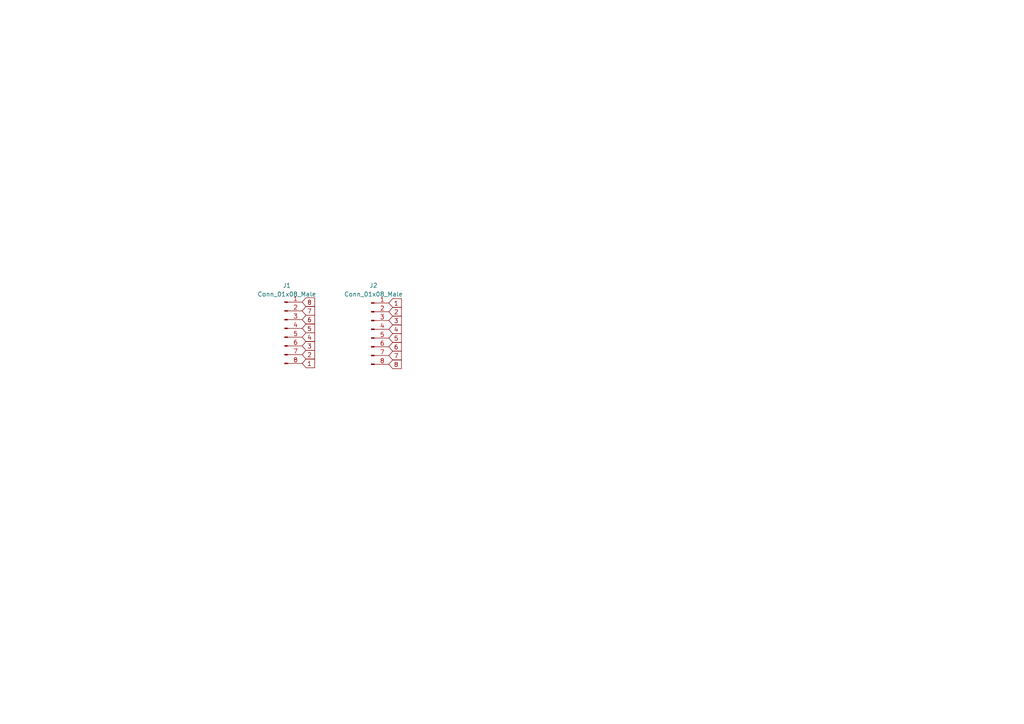
<source format=kicad_sch>
(kicad_sch (version 20230121) (generator eeschema)
  (paper "A4")
  (lib_symbols
    (symbol "Connector:Conn_01x08_Male" (pin_names (offset 1.016) hide)
      (property "Reference" "J" (at 0 10.16 0))
      (property "Value" "Conn_01x08_Male" (at 0 -12.7 0))
      (symbol "Conn_01x08_Male_1_1"
        (polyline (pts (xy 1.27 -10.16) (xy 0.8636 -10.16)) (stroke (width 0.1524)))
        (polyline (pts (xy 1.27 -7.62) (xy 0.8636 -7.62)) (stroke (width 0.1524)))
        (polyline (pts (xy 1.27 -5.08) (xy 0.8636 -5.08)) (stroke (width 0.1524)))
        (polyline (pts (xy 1.27 -2.54) (xy 0.8636 -2.54)) (stroke (width 0.1524)))
        (polyline (pts (xy 1.27 0) (xy 0.8636 0)) (stroke (width 0.1524)))
        (polyline (pts (xy 1.27 2.54) (xy 0.8636 2.54)) (stroke (width 0.1524)))
        (polyline (pts (xy 1.27 5.08) (xy 0.8636 5.08)) (stroke (width 0.1524)))
        (polyline (pts (xy 1.27 7.62) (xy 0.8636 7.62)) (stroke (width 0.1524)))
        (rectangle (start 0.8636 -10.033) (end 0 -10.287) (stroke (width 0.1524)) (fill (type outline)))
        (rectangle (start 0.8636 -7.493) (end 0 -7.747) (stroke (width 0.1524)) (fill (type outline)))
        (rectangle (start 0.8636 -4.953) (end 0 -5.207) (stroke (width 0.1524)) (fill (type outline)))
        (rectangle (start 0.8636 -2.413) (end 0 -2.667) (stroke (width 0.1524)) (fill (type outline)))
        (rectangle (start 0.8636 0.127) (end 0 -0.127) (stroke (width 0.1524)) (fill (type outline)))
        (rectangle (start 0.8636 2.667) (end 0 2.413) (stroke (width 0.1524)) (fill (type outline)))
        (rectangle (start 0.8636 5.207) (end 0 4.953) (stroke (width 0.1524)) (fill (type outline)))
        (rectangle (start 0.8636 7.747) (end 0 7.493) (stroke (width 0.1524)) (fill (type outline)))
        (pin passive line (at 5.08 7.62 180) (length 3.81) (name "Pin_1") (number "1"))
        (pin passive line (at 5.08 5.08 180) (length 3.81) (name "Pin_2") (number "2"))
        (pin passive line (at 5.08 2.54 180) (length 3.81) (name "Pin_3") (number "3"))
        (pin passive line (at 5.08 0 180) (length 3.81) (name "Pin_4") (number "4"))
        (pin passive line (at 5.08 -2.54 180) (length 3.81) (name "Pin_5") (number "5"))
        (pin passive line (at 5.08 -5.08 180) (length 3.81) (name "Pin_6") (number "6"))
        (pin passive line (at 5.08 -7.62 180) (length 3.81) (name "Pin_7") (number "7"))
        (pin passive line (at 5.08 -10.16 180) (length 3.81) (name "Pin_8") (number "8"))
      )
    )
  )
  (global_label "2" (shape input) (at 112.776 90.424 0) (property "Intersheetrefs" "${INTERSHEET_REFS}" (effects hide)))
  (global_label "4" (shape input) (at 112.776 95.504 0) (property "Intersheetrefs" "${INTERSHEET_REFS}" (effects hide)))
  (global_label "7" (shape input) (at 87.63 90.17 0) (property "Intersheetrefs" "${INTERSHEET_REFS}" (effects hide)))
  (global_label "2" (shape input) (at 87.63 102.87 0) (property "Intersheetrefs" "${INTERSHEET_REFS}" (effects hide)))
  (global_label "3" (shape input) (at 87.63 100.33 0) (property "Intersheetrefs" "${INTERSHEET_REFS}" (effects hide)))
  (global_label "5" (shape input) (at 112.776 98.044 0) (property "Intersheetrefs" "${INTERSHEET_REFS}" (effects hide)))
  (global_label "4" (shape input) (at 87.63 97.79 0) (property "Intersheetrefs" "${INTERSHEET_REFS}" (effects hide)))
  (global_label "6" (shape input) (at 112.776 100.584 0) (property "Intersheetrefs" "${INTERSHEET_REFS}" (effects hide)))
  (global_label "3" (shape input) (at 112.776 92.964 0) (property "Intersheetrefs" "${INTERSHEET_REFS}" (effects hide)))
  (global_label "1" (shape input) (at 87.63 105.41 0) (property "Intersheetrefs" "${INTERSHEET_REFS}" (effects hide)))
  (global_label "6" (shape input) (at 87.63 92.71 0) (property "Intersheetrefs" "${INTERSHEET_REFS}" (effects hide)))
  (global_label "5" (shape input) (at 87.63 95.25 0) (property "Intersheetrefs" "${INTERSHEET_REFS}" (effects hide)))
  (global_label "8" (shape input) (at 112.776 105.664 0) (property "Intersheetrefs" "${INTERSHEET_REFS}" (effects hide)))
  (global_label "8" (shape input) (at 87.63 87.63 0) (property "Intersheetrefs" "${INTERSHEET_REFS}" (effects hide)))
  (global_label "7" (shape input) (at 112.776 103.124 0) (property "Intersheetrefs" "${INTERSHEET_REFS}" (effects hide)))
  (global_label "1" (shape input) (at 112.776 87.884 0) (property "Intersheetrefs" "${INTERSHEET_REFS}" (effects hide)))
  (symbol (lib_id "Connector:Conn_01x08_Male") (at 82.55 95.25 0) (unit 1)
    (property "Reference" "J1" (at 83.185 82.804 0))
    (property "Value" "Conn_01x08_Male" (at 83.185 85.344 0))
    (property "Footprint" "STS_connector:flexpcb con." (effects hide))
  )
  (symbol (lib_id "Connector:Conn_01x08_Male") (at 107.696 95.504 0) (unit 1)
    (property "Reference" "J2" (at 108.331 82.804 0))
    (property "Value" "Conn_01x08_Male" (at 108.331 85.344 0))
    (property "Footprint" "STS_connector:flexpcb con." (effects hide))
  )
)
</source>
